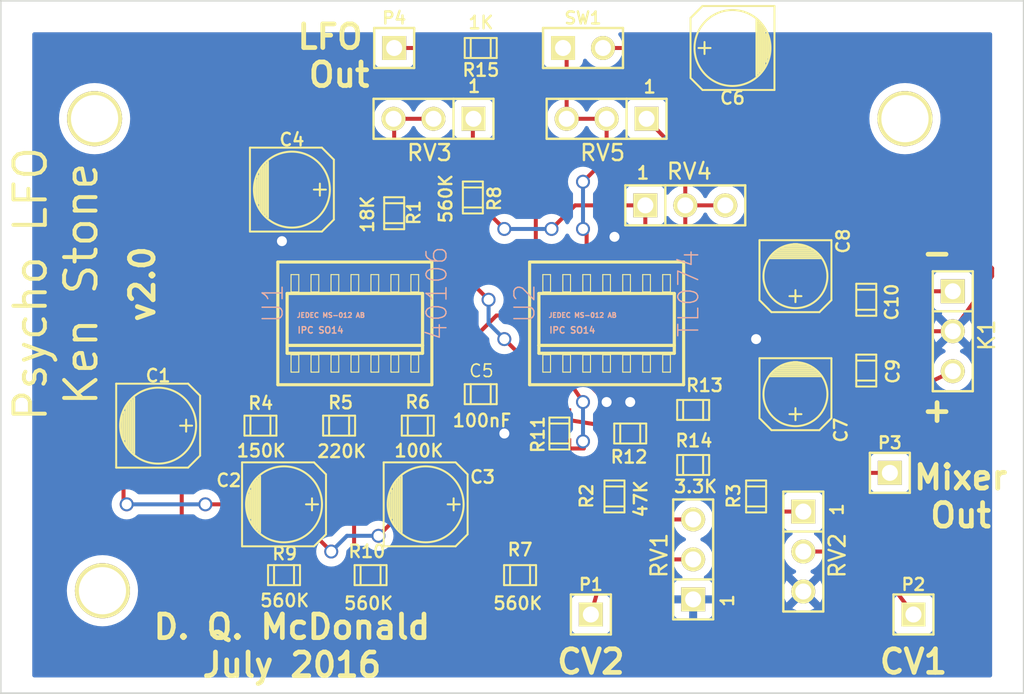
<source format=kicad_pcb>
(kicad_pcb (version 20221018) (generator pcbnew)
  (title_block (title "Psycho LFO") (date "16/03/2016") (rev "2.0") (comment 1 "Based on a design by Ken Stone"))
  (layers (0 "F.Cu" signal) (31 "B.Cu" signal) (34 "B.Paste" user) (35 "F.Paste" user) (36 "B.SilkS" user "B.Silkscreen") (37 "F.SilkS" user "F.Silkscreen") (38 "B.Mask" user) (39 "F.Mask" user) (44 "Edge.Cuts" user))
  (net 0 "")
  (net 1 "+V")
  (net 2 "-V")
  (net 3 "GND")
  (net 4 "Net-(C1-Pad1)")
  (net 5 "Net-(C2-Pad1)")
  (net 6 "Net-(C3-Pad1)")
  (net 7 "Net-(C4-Pad1)")
  (net 8 "Net-(C6-Pad1)")
  (net 9 "Net-(P1-Pad1)")
  (net 10 "Net-(P2-Pad1)")
  (net 11 "Net-(P3-Pad1)")
  (net 12 "Net-(P4-Pad1)")
  (net 13 "Net-(R1-Pad2)")
  (net 14 "Net-(R10-Pad1)")
  (net 15 "Net-(R10-Pad2)")
  (net 16 "Net-(R11-Pad1)")
  (net 17 "Net-(R11-Pad2)")
  (net 18 "Net-(R12-Pad1)")
  (net 19 "Net-(R13-Pad1)")
  (net 20 "Net-(R15-Pad2)")
  (net 21 "Net-(R2-Pad2)")
  (net 22 "Net-(R3-Pad2)")
  (net 23 "Net-(R4-Pad1)")
  (net 24 "Net-(R6-Pad1)")
  (net 25 "Net-(R8-Pad2)")
  (net 26 "Net-(RV4-Pad2)")
  (net 27 "Net-(RV5-Pad2)")
  (net 28 "Net-(U1-Pad10)")
  (net 29 "Net-(U1-Pad12)")
  (footprint "smd_capacitors:c_elec_5x4.5" (layer "F.Cu") (at 117 107)
    (fp_text reference "C1" (at 0 -3.175) (layer "F.SilkS") (effects (font (size 0.8 0.8))))
    (fp_text value "2.2uf" hide)
    (pad "1" smd rect (at 2.19964 0) (size 2.99974 1.6002) (layers "F.Cu" "F.Paste" "F.Mask") (net 4 "Net-(C1-Pad1)"))
    (pad "2" smd rect (at -2.19964 0) (size 2.99974 1.6002) (layers "F.Cu" "F.Paste" "F.Mask") (net 2 "-V"))
  )
  (footprint "smd_capacitors:c_elec_5x4.5" (layer "F.Cu") (at 125 112)
    (fp_text reference "C2" (at -3.50926 -1.5227) (layer "F.SilkS") (effects (font (size 0.8 0.8))))
    (fp_text value "2.2uF" hide)
    (pad "1" smd rect (at 2.19964 0) (size 2.99974 1.6002) (layers "F.Cu" "F.Paste" "F.Mask") (net 5 "Net-(C2-Pad1)"))
    (pad "2" smd rect (at -2.19964 0) (size 2.99974 1.6002) (layers "F.Cu" "F.Paste" "F.Mask") (net 2 "-V"))
  )
  (footprint "smd_capacitors:c_elec_5x4.5" (layer "F.Cu") (at 134 112)
    (fp_text reference "C3" (at 3.6172 -1.73606) (layer "F.SilkS") (effects (font (size 0.8 0.8))))
    (fp_text value "2.2uF" hide)
    (pad "1" smd rect (at 2.19964 0) (size 2.99974 1.6002) (layers "F.Cu" "F.Paste" "F.Mask") (net 6 "Net-(C3-Pad1)"))
    (pad "2" smd rect (at -2.19964 0) (size 2.99974 1.6002) (layers "F.Cu" "F.Paste" "F.Mask") (net 2 "-V"))
  )
  (footprint "smd_capacitors:c_elec_5x4.5" (layer "F.Cu") (at 125.5 92)
    (fp_text reference "C4" (at 0 -3.175) (layer "F.SilkS") (effects (font (size 0.8 0.8))))
    (fp_text value "2.2uF" hide)
    (pad "1" smd rect (at 2.19964 0) (size 2.99974 1.6002) (layers "F.Cu" "F.Paste" "F.Mask") (net 7 "Net-(C4-Pad1)"))
    (pad "2" smd rect (at -2.19964 0) (size 2.99974 1.6002) (layers "F.Cu" "F.Paste" "F.Mask") (net 2 "-V"))
  )
  (footprint "smd_capacitors:c_0805" (layer "F.Cu") (at 137.5 105)
    (fp_text reference "C5" (at 0.04608 -1.48484) (layer "F.SilkS") (effects (font (size 0.8 0.8) (thickness 0.1))))
    (fp_text value "100nf" hide)
    (pad "1" smd rect (at 0.9525 0) (size 1.30048 1.4986) (layers "F.Cu" "F.Paste" "F.Mask") (net 3 "GND"))
    (pad "2" smd rect (at -0.9525 0) (size 1.30048 1.4986) (layers "F.Cu" "F.Paste" "F.Mask") (net 2 "-V"))
  )
  (footprint "smd_capacitors:c_elec_5x4.5" (layer "F.Cu") (at 153.5 83 180)
    (fp_text reference "C6" (at 0 -3.175 180) (layer "F.SilkS") (effects (font (size 0.8 0.8))))
    (fp_text value "2.2uF" hide)
    (pad "1" smd rect (at 2.19964 0 180) (size 2.99974 1.6002) (layers "F.Cu" "F.Paste" "F.Mask") (net 8 "Net-(C6-Pad1)"))
    (pad "2" smd rect (at -2.19964 0 180) (size 2.99974 1.6002) (layers "F.Cu" "F.Paste" "F.Mask") (net 3 "GND"))
  )
  (footprint "smd_capacitors:c_elec_4x4.5" (layer "F.Cu") (at 157.5 105 -90)
    (fp_text reference "C7" (at 2.28198 -2.8883 270) (layer "F.SilkS") (effects (font (size 0.8 0.8))))
    (fp_text value "10uF" hide)
    (pad "1" smd rect (at 1.80086 0 270) (size 2.60096 1.6002) (layers "F.Cu" "F.Paste" "F.Mask") (net 1 "+V"))
    (pad "2" smd rect (at -1.80086 0 270) (size 2.60096 1.6002) (layers "F.Cu" "F.Paste" "F.Mask") (net 3 "GND"))
  )
  (footprint "smd_capacitors:c_elec_4x4.5" (layer "F.Cu") (at 157.5 97.5 -90)
    (fp_text reference "C8" (at -2.2246 -3.03054 270) (layer "F.SilkS") (effects (font (size 0.8 0.8))))
    (fp_text value "10uF" hide)
    (pad "1" smd rect (at 1.80086 0 270) (size 2.60096 1.6002) (layers "F.Cu" "F.Paste" "F.Mask") (net 3 "GND"))
    (pad "2" smd rect (at -1.80086 0 270) (size 2.60096 1.6002) (layers "F.Cu" "F.Paste" "F.Mask") (net 2 "-V"))
  )
  (footprint "smd_capacitors:c_0805" (layer "F.Cu") (at 162 103.5 -90)
    (fp_text reference "C9" (at 0.05072 -1.69284 270) (layer "F.SilkS") (effects (font (size 0.8 0.8))))
    (fp_text value "100nF" hide)
    (pad "1" smd rect (at 0.9525 0 270) (size 1.30048 1.4986) (layers "F.Cu" "F.Paste" "F.Mask") (net 1 "+V"))
    (pad "2" smd rect (at -0.9525 0 270) (size 1.30048 1.4986) (layers "F.Cu" "F.Paste" "F.Mask") (net 3 "GND"))
  )
  (footprint "smd_capacitors:c_0805" (layer "F.Cu") (at 162 99 -90)
    (fp_text reference "C10" (at 0.14636 -1.62172 270) (layer "F.SilkS") (effects (font (size 0.8 0.8))))
    (fp_text value "100nF" hide)
    (pad "1" smd rect (at 0.9525 0 270) (size 1.30048 1.4986) (layers "F.Cu" "F.Paste" "F.Mask") (net 3 "GND"))
    (pad "2" smd rect (at -0.9525 0 270) (size 1.30048 1.4986) (layers "F.Cu" "F.Paste" "F.Mask") (net 2 "-V"))
  )
  (footprint "pin_array:PIN_ARRAY_3X1" (layer "F.Cu") (at 167.5 101 -90)
    (fp_text reference "K1" (at 0.254 -2.159 270) (layer "F.SilkS") (effects (font (size 1.016 1.016) (thickness 0.1524))))
    (fp_text value "CONN_3" hide)
    (pad "1" thru_hole rect (at -2.54 0 270) (size 1.524 1.524) (drill 1.016) (layers "*.Cu" "*.Mask" "F.SilkS") (net 2 "-V"))
    (pad "2" thru_hole circle (at 0 0 270) (size 1.524 1.524) (drill 1.016) (layers "*.Cu" "*.Mask" "F.SilkS") (net 3 "GND"))
    (pad "3" thru_hole circle (at 2.54 0 270) (size 1.524 1.524) (drill 1.016) (layers "*.Cu" "*.Mask" "F.SilkS") (net 1 "+V"))
  )
  (footprint "pin_array:PIN_ARRAY_1" (layer "F.Cu") (at 144.5 119)
    (fp_text reference "P1" (at 0 -1.905) (layer "F.SilkS") (effects (font (size 0.762 0.762) (thickness 0.1524))))
    (fp_text value "CONN_1" hide)
    (pad "1" thru_hole rect (at 0 0) (size 1.524 1.524) (drill 1.016) (layers "*.Cu" "*.Mask" "F.SilkS") (net 9 "Net-(P1-Pad1)"))
  )
  (footprint "pin_array:PIN_ARRAY_1" (layer "F.Cu") (at 165 119)
    (fp_text reference "P2" (at 0 -1.905) (layer "F.SilkS") (effects (font (size 0.762 0.762) (thickness 0.1524))))
    (fp_text value "CONN_1" hide)
    (pad "1" thru_hole rect (at 0 0) (size 1.524 1.524) (drill 1.016) (layers "*.Cu" "*.Mask" "F.SilkS") (net 10 "Net-(P2-Pad1)"))
  )
  (footprint "pin_array:PIN_ARRAY_1" (layer "F.Cu") (at 163.5 110)
    (fp_text reference "P3" (at 0 -1.905) (layer "F.SilkS") (effects (font (size 0.762 0.762) (thickness 0.1524))))
    (fp_text value "CONN_1" hide)
    (pad "1" thru_hole rect (at 0 0) (size 1.524 1.524) (drill 1.016) (layers "*.Cu" "*.Mask" "F.SilkS") (net 11 "Net-(P3-Pad1)"))
  )
  (footprint "pin_array:PIN_ARRAY_1" (layer "F.Cu") (at 132 83)
    (fp_text reference "P4" (at 0 -1.905) (layer "F.SilkS") (effects (font (size 0.762 0.762) (thickness 0.1524))))
    (fp_text value "Out" hide)
    (pad "1" thru_hole rect (at 0 0) (size 1.524 1.524) (drill 1.016) (layers "*.Cu" "*.Mask" "F.SilkS") (net 12 "Net-(P4-Pad1)"))
  )
  (footprint "smd_capacitors:c_0805" (layer "F.Cu") (at 132 93.5 -90)
    (fp_text reference "R1" (at -0.03816 -1.2484 270) (layer "F.SilkS") (effects (font (size 0.8 0.8))))
    (fp_text value "18K" hide)
    (pad "1" smd rect (at 0.9525 0 270) (size 1.30048 1.4986) (layers "F.Cu" "F.Paste" "F.Mask") (net 7 "Net-(C4-Pad1)"))
    (pad "2" smd rect (at -0.9525 0 270) (size 1.30048 1.4986) (layers "F.Cu" "F.Paste" "F.Mask") (net 13 "Net-(R1-Pad2)"))
  )
  (footprint "smd_capacitors:c_0805" (layer "F.Cu") (at 146 111.5 90)
    (fp_text reference "R2" (at 0.02702 -1.77372 90) (layer "F.SilkS") (effects (font (size 0.8 0.8))))
    (fp_text value "47K" hide)
    (pad "1" smd rect (at 0.9525 0 90) (size 1.30048 1.4986) (layers "F.Cu" "F.Paste" "F.Mask") (net 17 "Net-(R11-Pad2)"))
    (pad "2" smd rect (at -0.9525 0 90) (size 1.30048 1.4986) (layers "F.Cu" "F.Paste" "F.Mask") (net 21 "Net-(R2-Pad2)"))
  )
  (footprint "smd_capacitors:c_0805" (layer "F.Cu") (at 155 111.5 90)
    (fp_text reference "R3" (at 0.02702 -1.4316 90) (layer "F.SilkS") (effects (font (size 0.8 0.8))))
    (fp_text value "47K" hide)
    (pad "1" smd rect (at 0.9525 0 90) (size 1.30048 1.4986) (layers "F.Cu" "F.Paste" "F.Mask") (net 17 "Net-(R11-Pad2)"))
    (pad "2" smd rect (at -0.9525 0 90) (size 1.30048 1.4986) (layers "F.Cu" "F.Paste" "F.Mask") (net 22 "Net-(R3-Pad2)"))
  )
  (footprint "smd_capacitors:c_0805" (layer "F.Cu") (at 123.5 107)
    (fp_text reference "R4" (at 0.01512 -1.4249) (layer "F.SilkS") (effects (font (size 0.8 0.8))))
    (fp_text value "150K" hide)
    (pad "1" smd rect (at 0.9525 0) (size 1.30048 1.4986) (layers "F.Cu" "F.Paste" "F.Mask") (net 23 "Net-(R4-Pad1)"))
    (pad "2" smd rect (at -0.9525 0) (size 1.30048 1.4986) (layers "F.Cu" "F.Paste" "F.Mask") (net 4 "Net-(C1-Pad1)"))
  )
  (footprint "smd_capacitors:c_0805" (layer "F.Cu") (at 128.5 107)
    (fp_text reference "R5" (at 0.09512 -1.46046) (layer "F.SilkS") (effects (font (size 0.8 0.8))))
    (fp_text value "220K" hide)
    (pad "1" smd rect (at 0.9525 0) (size 1.30048 1.4986) (layers "F.Cu" "F.Paste" "F.Mask") (net 15 "Net-(R10-Pad2)"))
    (pad "2" smd rect (at -0.9525 0) (size 1.30048 1.4986) (layers "F.Cu" "F.Paste" "F.Mask") (net 5 "Net-(C2-Pad1)"))
  )
  (footprint "smd_capacitors:c_0805" (layer "F.Cu") (at 133.5 107)
    (fp_text reference "R6" (at -0.00268 -1.49602) (layer "F.SilkS") (effects (font (size 0.8 0.8))))
    (fp_text value "100K" hide)
    (pad "1" smd rect (at 0.9525 0) (size 1.30048 1.4986) (layers "F.Cu" "F.Paste" "F.Mask") (net 24 "Net-(R6-Pad1)"))
    (pad "2" smd rect (at -0.9525 0) (size 1.30048 1.4986) (layers "F.Cu" "F.Paste" "F.Mask") (net 6 "Net-(C3-Pad1)"))
  )
  (footprint "smd_capacitors:c_0805" (layer "F.Cu") (at 140 116.5)
    (fp_text reference "R7" (at -0.00282 -1.6158) (layer "F.SilkS") (effects (font (size 0.8 0.8))))
    (fp_text value "560K" hide)
    (pad "1" smd rect (at 0.9525 0) (size 1.30048 1.4986) (layers "F.Cu" "F.Paste" "F.Mask") (net 14 "Net-(R10-Pad1)"))
    (pad "2" smd rect (at -0.9525 0) (size 1.30048 1.4986) (layers "F.Cu" "F.Paste" "F.Mask") (net 24 "Net-(R6-Pad1)"))
  )
  (footprint "smd_capacitors:c_0805" (layer "F.Cu") (at 137 92.5 -90)
    (fp_text reference "R8" (at 0.07538 -1.36396 270) (layer "F.SilkS") (effects (font (size 0.8 0.8))))
    (fp_text value "560K" hide)
    (pad "1" smd rect (at 0.9525 0 270) (size 1.30048 1.4986) (layers "F.Cu" "F.Paste" "F.Mask") (net 14 "Net-(R10-Pad1)"))
    (pad "2" smd rect (at -0.9525 0 270) (size 1.30048 1.4986) (layers "F.Cu" "F.Paste" "F.Mask") (net 25 "Net-(R8-Pad2)"))
  )
  (footprint "smd_capacitors:c_0805" (layer "F.Cu") (at 125 116.5)
    (fp_text reference "R9" (at 0.04166 -1.36942) (layer "F.SilkS") (effects (font (size 0.8 0.8))))
    (fp_text value "560K" hide)
    (pad "1" smd rect (at 0.9525 0) (size 1.30048 1.4986) (layers "F.Cu" "F.Paste" "F.Mask") (net 14 "Net-(R10-Pad1)"))
    (pad "2" smd rect (at -0.9525 0) (size 1.30048 1.4986) (layers "F.Cu" "F.Paste" "F.Mask") (net 23 "Net-(R4-Pad1)"))
  )
  (footprint "smd_capacitors:c_0805" (layer "F.Cu") (at 130.5 116.5)
    (fp_text reference "R10" (at -0.2361 -1.50912) (layer "F.SilkS") (effects (font (size 0.8 0.8))))
    (fp_text value "560K" hide)
    (pad "1" smd rect (at 0.9525 0) (size 1.30048 1.4986) (layers "F.Cu" "F.Paste" "F.Mask") (net 14 "Net-(R10-Pad1)"))
    (pad "2" smd rect (at -0.9525 0) (size 1.30048 1.4986) (layers "F.Cu" "F.Paste" "F.Mask") (net 15 "Net-(R10-Pad2)"))
  )
  (footprint "smd_capacitors:c_0805" (layer "F.Cu") (at 142.5 107.5 90)
    (fp_text reference "R11" (at -0.06646 -1.3649 90) (layer "F.SilkS") (effects (font (size 0.8 0.8))))
    (fp_text value "47K" hide)
    (pad "1" smd rect (at 0.9525 0 90) (size 1.30048 1.4986) (layers "F.Cu" "F.Paste" "F.Mask") (net 16 "Net-(R11-Pad1)"))
    (pad "2" smd rect (at -0.9525 0 90) (size 1.30048 1.4986) (layers "F.Cu" "F.Paste" "F.Mask") (net 17 "Net-(R11-Pad2)"))
  )
  (footprint "smd_capacitors:c_0805" (layer "F.Cu") (at 147 107.5)
    (fp_text reference "R12" (at -0.0737 1.48632) (layer "F.SilkS") (effects (font (size 0.8 0.8))))
    (fp_text value "47K" hide)
    (pad "1" smd rect (at 0.9525 0) (size 1.30048 1.4986) (layers "F.Cu" "F.Paste" "F.Mask") (net 18 "Net-(R12-Pad1)"))
    (pad "2" smd rect (at -0.9525 0) (size 1.30048 1.4986) (layers "F.Cu" "F.Paste" "F.Mask") (net 16 "Net-(R11-Pad1)"))
  )
  (footprint "smd_capacitors:c_0805" (layer "F.Cu") (at 151 106)
    (fp_text reference "R13" (at 0.72182 -1.56028) (layer "F.SilkS") (effects (font (size 0.8 0.8))))
    (fp_text value "47K" hide)
    (pad "1" smd rect (at 0.9525 0) (size 1.30048 1.4986) (layers "F.Cu" "F.Paste" "F.Mask") (net 19 "Net-(R13-Pad1)"))
    (pad "2" smd rect (at -0.9525 0) (size 1.30048 1.4986) (layers "F.Cu" "F.Paste" "F.Mask") (net 18 "Net-(R12-Pad1)"))
  )
  (footprint "smd_capacitors:c_0805" (layer "F.Cu") (at 151 109.5)
    (fp_text reference "R14" (at 0.04618 -1.54492) (layer "F.SilkS") (effects (font (size 0.8 0.8))))
    (fp_text value "3.3K" hide)
    (pad "1" smd rect (at 0.9525 0) (size 1.30048 1.4986) (layers "F.Cu" "F.Paste" "F.Mask") (net 11 "Net-(P3-Pad1)"))
    (pad "2" smd rect (at -0.9525 0) (size 1.30048 1.4986) (layers "F.Cu" "F.Paste" "F.Mask") (net 19 "Net-(R13-Pad1)"))
  )
  (footprint "smd_capacitors:c_0805" (layer "F.Cu") (at 137.5 83 180)
    (fp_text reference "R15" (at -0.01052 -1.4042 180) (layer "F.SilkS") (effects (font (size 0.8 0.8))))
    (fp_text value "1K" hide)
    (pad "1" smd rect (at 0.9525 0 180) (size 1.30048 1.4986) (layers "F.Cu" "F.Paste" "F.Mask") (net 12 "Net-(P4-Pad1)"))
    (pad "2" smd rect (at -0.9525 0 180) (size 1.30048 1.4986) (layers "F.Cu" "F.Paste" "F.Mask") (net 20 "Net-(R15-Pad2)"))
  )
  (footprint "pin_array:PIN_ARRAY_3X1" (layer "F.Cu") (at 151 115.5 90)
    (fp_text reference "RV1" (at 0.254 -2.159 90) (layer "F.SilkS") (effects (font (size 1.016 1.016) (thickness 0.1524))))
    (fp_text value "50K Lin" hide)
    (pad "1" thru_hole rect (at -2.54 0 90) (size 1.524 1.524) (drill 1.016) (layers "*.Cu" "*.Mask" "F.SilkS") (net 3 "GND"))
    (pad "2" thru_hole circle (at 0 0 90) (size 1.524 1.524) (drill 1.016) (layers "*.Cu" "*.Mask" "F.SilkS") (net 9 "Net-(P1-Pad1)"))
    (pad "3" thru_hole circle (at 2.54 0 90) (size 1.524 1.524) (drill 1.016) (layers "*.Cu" "*.Mask" "F.SilkS") (net 21 "Net-(R2-Pad2)"))
  )
  (footprint "pin_array:PIN_ARRAY_3X1" (layer "F.Cu") (at 158 115 -90)
    (fp_text reference "RV2" (at 0.254 -2.159 270) (layer "F.SilkS") (effects (font (size 1.016 1.016) (thickness 0.1524))))
    (fp_text value "50K Lin" hide)
    (pad "1" thru_hole rect (at -2.54 0 270) (size 1.524 1.524) (drill 1.016) (layers "*.Cu" "*.Mask" "F.SilkS") (net 22 "Net-(R3-Pad2)"))
    (pad "2" thru_hole circle (at 0 0 270) (size 1.524 1.524) (drill 1.016) (layers "*.Cu" "*.Mask" "F.SilkS") (net 10 "Net-(P2-Pad1)"))
    (pad "3" thru_hole circle (at 2.54 0 270) (size 1.524 1.524) (drill 1.016) (layers "*.Cu" "*.Mask" "F.SilkS") (net 3 "GND"))
  )
  (footprint "pin_array:PIN_ARRAY_3X1" (layer "F.Cu") (at 134.5 87.5 180)
    (fp_text reference "RV3" (at 0.254 -2.159 180) (layer "F.SilkS") (effects (font (size 1.016 1.016) (thickness 0.1524))))
    (fp_text value "POT" hide)
    (pad "1" thru_hole rect (at -2.54 0 180) (size 1.524 1.524) (drill 1.016) (layers "*.Cu" "*.Mask" "F.SilkS") (net 25 "Net-(R8-Pad2)"))
    (pad "2" thru_hole circle (at 0 0 180) (size 1.524 1.524) (drill 1.016) (layers "*.Cu" "*.Mask" "F.SilkS") (net 13 "Net-(R1-Pad2)"))
    (pad "3" thru_hole circle (at 2.54 0 180) (size 1.524 1.524) (drill 1.016) (layers "*.Cu" "*.Mask" "F.SilkS") (net 13 "Net-(R1-Pad2)"))
  )
  (footprint "pin_array:PIN_ARRAY_3X1" (layer "F.Cu") (at 150.5 93)
    (fp_text reference "RV4" (at 0.254 -2.159) (layer "F.SilkS") (effects (font (size 1.016 1.016) (thickness 0.1524))))
    (fp_text value "100K" hide)
    (pad "1" thru_hole rect (at -2.54 0) (size 1.524 1.524) (drill 1.016) (layers "*.Cu" "*.Mask" "F.SilkS") (net 14 "Net-(R10-Pad1)"))
    (pad "2" thru_hole circle (at 0 0) (size 1.524 1.524) (drill 1.016) (layers "*.Cu" "*.Mask" "F.SilkS") (net 26 "Net-(RV4-Pad2)"))
    (pad "3" thru_hole circle (at 2.54 0) (size 1.524 1.524) (drill 1.016) (layers "*.Cu" "*.Mask" "F.SilkS") (net 26 "Net-(RV4-Pad2)"))
  )
  (footprint "pin_array:PIN_ARRAY_3X1" (layer "F.Cu") (at 145.5 87.5 180)
    (fp_text reference "RV5" (at 0.254 -2.159 180) (layer "F.SilkS") (effects (font (size 1.016 1.016) (thickness 0.1524))))
    (fp_text value "POT" hide)
    (pad "1" thru_hole rect (at -2.54 0 180) (size 1.524 1.524) (drill 1.016) (layers "*.Cu" "*.Mask" "F.SilkS") (net 26 "Net-(RV4-Pad2)"))
    (pad "2" thru_hole circle (at 0 0 180) (size 1.524 1.524) (drill 1.016) (layers "*.Cu" "*.Mask" "F.SilkS") (net 27 "Net-(RV5-Pad2)"))
    (pad "3" thru_hole circle (at 2.54 0 180) (size 1.524 1.524) (drill 1.016) (layers "*.Cu" "*.Mask" "F.SilkS") (net 27 "Net-(RV5-Pad2)"))
  )
  (footprint "pin_array:PIN_ARRAY_2X1" (layer "F.Cu") (at 144 83)
    (fp_text reference "SW1" (at 0 -1.905) (layer "F.SilkS") (effects (font (size 0.762 0.762) (thickness 0.1524))))
    (fp_text value "SPST" hide)
    (pad "1" thru_hole rect (at -1.27 0) (size 1.524 1.524) (drill 1.016) (layers "*.Cu" "*.Mask" "F.SilkS") (net 27 "Net-(RV5-Pad2)"))
    (pad "2" thru_hole circle (at 1.27 0) (size 1.524 1.524) (drill 1.016) (layers "*.Cu" "*.Mask" "F.SilkS") (net 8 "Net-(C6-Pad1)"))
  )
  (footprint "ref-packages:-SO-14" (layer "F.Cu") (at 145.5 100.5)
    (fp_text reference "U2" (at -5.207 -1.27 90) (layer "B.SilkS") (effects (font (size 1.27 1.27) (thickness 0.0889))))
    (fp_text value "TL074" (at 5.207 -1.905 90) (layer "B.SilkS") (effects (font (size 1.27 1.27) (thickness 0.0889))))
    (fp_text user "JEDEC MS-012 AB" (at -1.524 -0.51562) (layer "B.SilkS") (effects (font (size 0.3048 0.3048) (thickness 0.0889))))
    (fp_text user "IPC SO14" (at -2.18186 0.4318) (layer "B.SilkS") (effects (font (size 0.4064 0.4064) (thickness 0.0889))))
    (pad "1" smd rect (at -3.81 2.59842) (size 0.59944 2.19964) (layers "F.Cu" "F.Paste" "F.Mask") (net 16 "Net-(R11-Pad1)"))
    (pad "2" smd rect (at -2.54 2.59842) (size 0.59944 2.19964) (layers "F.Cu" "F.Paste" "F.Mask") (net 17 "Net-(R11-Pad2)"))
    (pad "3" smd rect (at -1.27 2.59842) (size 0.59944 2.19964) (layers "F.Cu" "F.Paste" "F.Mask") (net 3 "GND"))
    (pad "4" smd rect (at 0 2.59842) (size 0.59944 2.19964) (layers "F.Cu" "F.Paste" "F.Mask") (net 1 "+V"))
    (pad "5" smd rect (at 1.27 2.59842) (size 0.59944 2.19964) (layers "F.Cu" "F.Paste" "F.Mask") (net 3 "GND"))
    (pad "6" smd rect (at 2.54 2.59842) (size 0.59944 2.19964) (layers "F.Cu" "F.Paste" "F.Mask") (net 18 "Net-(R12-Pad1)"))
    (pad "7" smd rect (at 3.81 2.59842) (size 0.59944 2.19964) (layers "F.Cu" "F.Paste" "F.Mask") (net 19 "Net-(R13-Pad1)"))
    (pad "8" smd rect (at 3.81 -2.59842) (size 0.59944 2.19964) (layers "F.Cu" "F.Paste" "F.Mask") (net 26 "Net-(RV4-Pad2)"))
    (pad "9" smd rect (at 2.54 -2.59842) (size 0.59944 2.19964) (layers "F.Cu" "F.Paste" "F.Mask") (net 14 "Net-(R10-Pad1)"))
    (pad "10" smd rect (at 1.27 -2.59842) (size 0.59944 2.19964) (layers "F.Cu" "F.Paste" "F.Mask") (net 3 "GND"))
    (pad "11" smd rect (at 0 -2.59842) (size 0.59944 2.19964) (layers "F.Cu" "F.Paste" "F.Mask") (net 2 "-V"))
    (pad "12" smd rect (at -1.27 -2.59842) (size 0.59944 2.19964) (layers "F.Cu" "F.Paste" "F.Mask") (net 27 "Net-(RV5-Pad2)"))
    (pad "13" smd rect (at -2.54 -2.59842) (size 0.59944 2.19964) (layers "F.Cu" "F.Paste" "F.Mask") (net 20 "Net-(R15-Pad2)"))
    (pad "14" smd rect (at -3.81 -2.59842) (size 0.59944 2.19964) (layers "F.Cu" "F.Paste" "F.Mask") (net 20 "Net-(R15-Pad2)"))
  )
  (footprint "ref-packages:-SO-14" (layer "F.Cu") (at 129.5 100.5)
    (fp_text reference "U1" (at -5.207 -1.27 90) (layer "B.SilkS") (effects (font (size 1.27 1.27) (thickness 0.0889))))
    (fp_text value "40106" (at 5.207 -1.905 90) (layer "B.SilkS") (effects (font (size 1.27 1.27) (thickness 0.0889))))
    (fp_text user "JEDEC MS-012 AB" (at -1.524 -0.51562) (layer "B.SilkS") (effects (font (size 0.3048 0.3048) (thickness 0.0889))))
    (fp_text user "IPC SO14" (at -2.18186 0.4318) (layer "B.SilkS") (effects (font (size 0.4064 0.4064) (thickness 0.0889))))
    (pad "1" smd rect (at -3.81 2.59842) (size 0.59944 2.19964) (layers "F.Cu" "F.Paste" "F.Mask") (net 4 "Net-(C1-Pad1)"))
    (pad "2" smd rect (at -2.54 2.59842) (size 0.59944 2.19964) (layers "F.Cu" "F.Paste" "F.Mask") (net 23 "Net-(R4-Pad1)"))
    (pad "3" smd rect (at -1.27 2.59842) (size 0.59944 2.19964) (layers "F.Cu" "F.Paste" "F.Mask") (net 5 "Net-(C2-Pad1)"))
    (pad "4" smd rect (at 0 2.59842) (size 0.59944 2.19964) (layers "F.Cu" "F.Paste" "F.Mask") (net 15 "Net-(R10-Pad2)"))
    (pad "5" smd rect (at 1.27 2.59842) (size 0.59944 2.19964) (layers "F.Cu" "F.Paste" "F.Mask") (net 6 "Net-(C3-Pad1)"))
    (pad "6" smd rect (at 2.54 2.59842) (size 0.59944 2.19964) (layers "F.Cu" "F.Paste" "F.Mask") (net 24 "Net-(R6-Pad1)"))
    (pad "7" smd rect (at 3.81 2.59842) (size 0.59944 2.19964) (layers "F.Cu" "F.Paste" "F.Mask") (net 2 "-V"))
    (pad "8" smd rect (at 3.81 -2.59842) (size 0.59944 2.19964) (layers "F.Cu" "F.Paste" "F.Mask") (net 25 "Net-(R8-Pad2)"))
    (pad "9" smd rect (at 2.54 -2.59842) (size 0.59944 2.19964) (layers "F.Cu" "F.Paste" "F.Mask") (net 7 "Net-(C4-Pad1)"))
    (pad "10" smd rect (at 1.27 -2.59842) (size 0.59944 2.19964) (layers "F.Cu" "F.Paste" "F.Mask") (net 28 "Net-(U1-Pad10)"))
    (pad "11" smd rect (at 0 -2.59842) (size 0.59944 2.19964) (layers "F.Cu" "F.Paste" "F.Mask") (net 3 "GND"))
    (pad "12" smd rect (at -1.27 -2.59842) (size 0.59944 2.19964) (layers "F.Cu" "F.Paste" "F.Mask") (net 29 "Net-(U1-Pad12)"))
    (pad "13" smd rect (at -2.54 -2.59842) (size 0.59944 2.19964) (layers "F.Cu" "F.Paste" "F.Mask") (net 28 "Net-(U1-Pad10)"))
    (pad "14" smd rect (at -3.81 -2.59842) (size 0.59944 2.19964) (layers "F.Cu" "F.Paste" "F.Mask") (net 3 "GND"))
  )
  (footprint "DQM:3MMMountingHole" (layer "F.Cu") (at 113 86.5)
    (fp_text reference "" (at 0 0) (layer "F.SilkS"))
    (fp_text value "" (at 0 0) (layer "F.SilkS"))
    (pad "1" thru_hole circle (at -0.04 0.99) (size 3.5 3.5) (drill 3) (layers "*.Cu" "*.Mask" "F.SilkS"))
  )
  (footprint "DQM:3MMMountingHole" (layer "F.Cu") (at 113.5 116.5)
    (fp_text reference "" (at 0 0) (layer "F.SilkS"))
    (fp_text value "" (at 0 0) (layer "F.SilkS"))
    (pad "1" thru_hole circle (at -0.04 0.99) (size 3.5 3.5) (drill 3) (layers "*.Cu" "*.Mask" "F.SilkS"))
  )
  (footprint "DQM:3MMMountingHole" (layer "F.Cu") (at 164.5 86.5)
    (fp_text reference "" (at 0 0) (layer "F.SilkS"))
    (fp_text value "" (at 0 0) (layer "F.SilkS"))
    (pad "1" thru_hole circle (at -0.04 0.99) (size 3.5 3.5) (drill 3) (layers "*.Cu" "*.Mask" "F.SilkS"))
  )
  (gr_line (start 107 124) (end 107 80) (stroke (width 0.1)) (layer "Edge.Cuts"))
  (gr_line (start 107 80) (end 172 80) (stroke (width 0.1)) (layer "Edge.Cuts"))
  (gr_line (start 172 124) (end 107 124) (stroke (width 0.1)) (layer "Edge.Cuts"))
  (gr_line (start 172 80) (end 172 124) (stroke (width 0.1)) (layer "Edge.Cuts"))
  (gr_text "47K" (at 147.67052 111.65078 90) (layer "F.SilkS") (effects (font (size 0.8 0.8))))
  (gr_text "560K" (at 135.27278 92.57538 90) (layer "F.SilkS") (effects (font (size 0.8 0.8))))
  (gr_text "100K" (at 133.56844 108.59516) (layer "F.SilkS") (effects (font (size 0.8 0.8))))
  (gr_text "150K" (at 123.55068 108.59516) (layer "F.SilkS") (effects (font (size 0.8 0.8))))
  (gr_text "D. Q. McDonald\nJuly 2016" (at 125.5 121) (layer "F.SilkS") (effects (font (size 1.5 1.5) (thickness 0.3))))
  (gr_text "LFO \nOut" (at 128.5 83.5) (layer "F.SilkS") (effects (font (size 1.5 1.5) (thickness 0.3))))
  (gr_text "1" (at 148.23948 85.46846) (layer "F.SilkS") (effects (font (size 0.8 0.8))))
  (gr_text "1" (at 160.13938 112.32642 90) (layer "F.SilkS") (effects (font (size 0.8 0.8))))
  (gr_text "Psycho LFO\nKen Stone" (at 110.5 98 90) (layer "F.SilkS") (effects (font (size 2 2) (thickness 0.25))))
  (gr_text "+" (at 166.5 106) (layer "F.SilkS") (effects (font (size 1.5 1.5) (thickness 0.3))))
  (gr_text "Mixer\nOut" (at 168 111.5) (layer "F.SilkS") (effects (font (size 1.5 1.5) (thickness 0.3))))
  (gr_text "1" (at 153.17724 118.11508 90) (layer "F.SilkS") (effects (font (size 0.8 0.8))))
  (gr_text "100nF" (at 137.58164 106.67746) (layer "F.SilkS") (effects (font (size 0.8 0.8))))
  (gr_text "18K" (at 130.29946 93.56852 90) (layer "F.SilkS") (effects (font (size 0.8 0.8))))
  (gr_text "1" (at 147.81276 90.93962) (layer "F.SilkS") (effects (font (size 0.8 0.8))))
  (gr_text "-" (at 166.5 96) (layer "F.SilkS") (effects (font (size 1.5 1.5) (thickness 0.3))))
  (gr_text "3.3K" (at 151.15286 110.86846) (layer "F.SilkS") (effects (font (size 0.8 0.8))))
  (gr_text "CV2" (at 144.5 122) (layer "F.SilkS") (effects (font (size 1.5 1.5) (thickness 0.3))))
  (gr_text "v2.0" (at 116 98 90) (layer "F.SilkS") (effects (font (size 1.5 1.5) (thickness 0.3))))
  (gr_text "560K" (at 125.04166 118.11508) (layer "F.SilkS") (effects (font (size 0.8 0.8))))
  (gr_text "1K" (at 137.51052 81.38414) (layer "F.SilkS") (effects (font (size 0.8 0.8))))
  (gr_text "1" (at 137.08634 85.4329) (layer "F.SilkS") (effects (font (size 0.8 0.8))))
  (gr_text "560K" (at 130.37058 118.29288) (layer "F.SilkS") (effects (font (size 0.8 0.8))))
  (gr_text "CV1" (at 165 122) (layer "F.SilkS") (effects (font (size 1.5 1.5) (thickness 0.3))))
  (gr_text "220K" (at 128.66624 108.63072) (layer "F.SilkS") (effects (font (size 0.8 0.8))))
  (gr_text "560K" (at 139.85748 118.29288) (layer "F.SilkS") (effects (font (size 0.8 0.8))))
  (segment (start 162 105) (end 160.19914 106.80086) (width 0.254) (layer "F.Cu") (net 1))
  (segment (start 160.19914 106.80086) (end 157.5 106.80086) (width 0.254) (layer "F.Cu") (net 1))
  (segment (start 165.5875 104.4525) (end 167.5 103.54) (width 0.254) (layer "F.Cu") (net 1))
  (segment (start 155.80086 106.80086) (end 153.5 104.5) (width 0.254) (layer "F.Cu") (net 1))
  (segment (start 153.5 104.5) (end 153.5 102.5) (width 0.254) (layer "F.Cu") (net 1))
  (segment (start 153.5 102.5) (end 152 101) (width 0.254) (layer "F.Cu") (net 1))
  (segment (start 152 101) (end 146 101) (width 0.254) (layer "F.Cu") (net 1))
  (segment (start 146 101) (end 145.5 101.5) (width 0.254) (layer "F.Cu") (net 1))
  (segment (start 145.5 101.5) (end 145.5 103.09842) (width 0.254) (layer "F.Cu") (net 1))
  (segment (start 162 104.4525) (end 162 105) (width 0.254) (layer "F.Cu") (net 1))
  (segment (start 162 104.4525) (end 165.5875 104.4525) (width 0.254) (layer "F.Cu") (net 1))
  (segment (start 157.5 106.80086) (end 155.80086 106.80086) (width 0.254) (layer "F.Cu") (net 1))
  (segment (start 145.5 99.5) (end 146 100) (width 0.254) (layer "F.Cu") (net 2))
  (segment (start 146 100) (end 153.19914 100) (width 0.254) (layer "F.Cu") (net 2))
  (segment (start 153.19914 100) (end 157.5 95.69914) (width 0.254) (layer "F.Cu") (net 2))
  (segment (start 162.4125 98.46) (end 159.65164 95.69914) (width 0.254) (layer "F.Cu") (net 2))
  (segment (start 159.65164 95.69914) (end 157.5 95.69914) (width 0.254) (layer "F.Cu") (net 2))
  (segment (start 145.5 99.5) (end 145 100) (width 0.254) (layer "F.Cu") (net 2))
  (segment (start 145 100) (end 138.5 100) (width 0.254) (layer "F.Cu") (net 2))
  (segment (start 138.5 100) (end 135.40158 103.09842) (width 0.254) (layer "F.Cu") (net 2))
  (segment (start 135.40158 103.09842) (end 133.31 103.09842) (width 0.254) (layer "F.Cu") (net 2))
  (segment (start 136.5475 104.24434) (end 135.40158 103.09842) (width 0.254) (layer "F.Cu") (net 2))
  (segment (start 133.31 102.31) (end 132 101) (width 0.254) (layer "F.Cu") (net 2))
  (segment (start 132 101) (end 121 101) (width 0.254) (layer "F.Cu") (net 2))
  (segment (start 119 101) (end 114.80036 105.19964) (width 0.254) (layer "F.Cu") (net 2))
  (segment (start 114.80036 105.19964) (end 114.80036 107) (width 0.254) (layer "F.Cu") (net 2))
  (segment (start 114.80036 111.80036) (end 115 112) (width 0.254) (layer "F.Cu") (net 2))
  (segment (start 120 112) (end 122.80036 112) (width 0.254) (layer "F.Cu") (net 2))
  (segment (start 123.30036 98.69964) (end 121 101) (width 0.254) (layer "F.Cu") (net 2))
  (segment (start 121 101) (end 119 101) (width 0.254) (layer "F.Cu") (net 2))
  (segment (start 122.80036 112.80036) (end 124 114) (width 0.254) (layer "F.Cu") (net 2))
  (segment (start 124 114) (end 127 114) (width 0.254) (layer "F.Cu") (net 2))
  (segment (start 127 114) (end 128 115) (width 0.254) (layer "F.Cu") (net 2))
  (segment (start 131 114) (end 131.80036 113.19964) (width 0.254) (layer "F.Cu") (net 2))
  (segment (start 131.80036 113.19964) (end 131.80036 112) (width 0.254) (layer "F.Cu") (net 2))
  (segment (start 123.30036 92) (end 123.30036 98.69964) (width 0.254) (layer "F.Cu") (net 2))
  (segment (start 133.31 103.09842) (end 133.31 102.31) (width 0.254) (layer "F.Cu") (net 2))
  (segment (start 122.80036 112) (end 122.80036 112.80036) (width 0.254) (layer "F.Cu") (net 2))
  (segment (start 136.5475 105) (end 136.5475 104.24434) (width 0.254) (layer "F.Cu") (net 2))
  (segment (start 167.5 98.46) (end 162.4125 98.46) (width 0.254) (layer "F.Cu") (net 2))
  (segment (start 145.5 97.90158) (end 145.5 99.5) (width 0.254) (layer "F.Cu") (net 2))
  (segment (start 114.80036 107) (end 114.80036 111.80036) (width 0.254) (layer "F.Cu") (net 2))
  (via (at 115 112) (size 0.889) (drill 0.635) (layers "F.Cu" "B.Cu") (net 2))
  (via (at 131 114) (size 0.889) (drill 0.635) (layers "F.Cu" "B.Cu") (net 2))
  (via (at 128 115) (size 0.889) (drill 0.635) (layers "F.Cu" "B.Cu") (net 2))
  (via (at 120 112) (size 0.889) (drill 0.635) (layers "F.Cu" "B.Cu") (net 2))
  (segment (start 115 112) (end 120 112) (width 0.254) (layer "B.Cu") (net 2))
  (segment (start 128 115) (end 129 114) (width 0.254) (layer "B.Cu") (net 2))
  (segment (start 129 114) (end 131 114) (width 0.254) (layer "B.Cu") (net 2))
  (segment (start 163.5475 101) (end 162 102.5475) (width 0.254) (layer "F.Cu") (net 3))
  (segment (start 163.0475 101) (end 162 99.9525) (width 0.254) (layer "F.Cu") (net 3))
  (segment (start 158.15164 99.9525) (end 157.5 99.30086) (width 0.254) (layer "F.Cu") (net 3))
  (segment (start 158.15164 102.5475) (end 157.5 103.19914) (width 0.254) (layer "F.Cu") (net 3))
  (segment (start 125.69 96.31) (end 126.3289 95.6711) (width 0.254) (layer "F.Cu") (net 3))
  (segment (start 126.5 95.5) (end 128 95.5) (width 0.254) (layer "F.Cu") (net 3))
  (segment (start 129 95.5) (end 129.5 96) (width 0.254) (layer "F.Cu") (net 3))
  (segment (start 129.5 96) (end 129.5 97.90158) (width 0.254) (layer "F.Cu") (net 3))
  (segment (start 146.77 95.77) (end 146 95) (width 0.254) (layer "F.Cu") (net 3))
  (segment (start 138.4525 106.9525) (end 139 107.5) (width 0.254) (layer "F.Cu") (net 3))
  (segment (start 156 83) (end 165.5 93.5) (width 0.254) (layer "F.Cu") (net 3))
  (segment (start 165.5 93.5) (end 166.5 93.5) (width 0.254) (layer "F.Cu") (net 3))
  (segment (start 166.5 93.5) (end 170 97) (width 0.254) (layer "F.Cu") (net 3))
  (segment (start 170 97) (end 170 97.5) (width 0.254) (layer "F.Cu") (net 3))
  (segment (start 170 97.5) (end 167.5 101) (width 0.254) (layer "F.Cu") (net 3))
  (segment (start 144.23 104.23) (end 145.5 105.5) (width 0.254) (layer "F.Cu") (net 3))
  (segment (start 146.77 105.27) (end 147 105.5) (width 0.254) (layer "F.Cu") (net 3))
  (segment (start 156.69914 103.19914) (end 155 101.5) (width 0.254) (layer "F.Cu") (net 3))
  (segment (start 128 95.5) (end 129 95.5) (width 0.254) (layer "F.Cu") (net 3))
  (segment (start 126.3289 95.6711) (end 126.5 95.5) (width 0.254) (layer "F.Cu") (net 3))
  (segment (start 125.2621 95.6711) (end 124.8664 95.2754) (width 0.254) (layer "F.Cu") (net 3))
  (segment (start 138.4525 105) (end 138.4525 106.9525) (width 0.254) (layer "F.Cu") (net 3))
  (segment (start 163.5475 101) (end 163.0475 101) (width 0.254) (layer "F.Cu") (net 3))
  (segment (start 146.77 103.09842) (end 146.77 105.27) (width 0.254) (layer "F.Cu") (net 3))
  (segment (start 162 99.9525) (end 158.15164 99.9525) (width 0.254) (layer "F.Cu") (net 3))
  (segment (start 155.69964 83) (end 156 83) (width 0.254) (layer "F.Cu") (net 3))
  (segment (start 125.69 97.90158) (end 125.69 96.31) (width 0.254) (layer "F.Cu") (net 3))
  (segment (start 162 102.5475) (end 158.15164 102.5475) (width 0.254) (layer "F.Cu") (net 3))
  (segment (start 167.5 101) (end 163.5475 101) (width 0.254) (layer "F.Cu") (net 3))
  (segment (start 144.23 103.09842) (end 144.23 104.23) (width 0.254) (layer "F.Cu") (net 3))
  (segment (start 126.3289 95.6711) (end 125.2621 95.6711) (width 0.254) (layer "F.Cu") (net 3))
  (segment (start 157.5 103.19914) (end 156.69914 103.19914) (width 0.254) (layer "F.Cu") (net 3))
  (segment (start 146.77 97.90158) (end 146.77 95.77) (width 0.254) (layer "F.Cu") (net 3))
  (via (at 145.5 105.5) (size 0.889) (drill 0.635) (layers "F.Cu" "B.Cu") (net 3))
  (via (at 155 101.5) (size 0.889) (drill 0.635) (layers "F.Cu" "B.Cu") (net 3))
  (via (at 139 107.5) (size 0.889) (drill 0.635) (layers "F.Cu" "B.Cu") (net 3))
  (via (at 124.8664 95.2754) (size 0.889) (drill 0.635) (layers "F.Cu" "B.Cu") (net 3))
  (via (at 146 95) (size 0.889) (drill 0.635) (layers "F.Cu" "B.Cu") (net 3))
  (via (at 147 105.5) (size 0.889) (drill 0.635) (layers "F.Cu" "B.Cu") (net 3))
  (segment (start 122.5475 105.4525) (end 124.90158 103.09842) (width 0.254) (layer "F.Cu") (net 4))
  (segment (start 124.90158 103.09842) (end 125.69 103.09842) (width 0.254) (layer "F.Cu") (net 4))
  (segment (start 122.5475 107) (end 119.19964 107) (width 0.254) (layer "F.Cu") (net 4))
  (segment (start 122.5475 107) (end 122.5475 105.4525) (width 0.254) (layer "F.Cu") (net 4))
  (segment (start 128.23 104.77) (end 127.5475 105.4525) (width 0.254) (layer "F.Cu") (net 5))
  (segment (start 127.5475 105.4525) (end 127.5475 107) (width 0.254) (layer "F.Cu") (net 5))
  (segment (start 127.5475 110.65214) (end 127.19964 112) (width 0.254) (layer "F.Cu") (net 5))
  (segment (start 127.5475 107) (end 127.5475 110.65214) (width 0.254) (layer "F.Cu") (net 5))
  (segment (start 128.23 103.09842) (end 128.23 104.77) (width 0.254) (layer "F.Cu") (net 5))
  (segment (start 130.77 105.2225) (end 132.5475 107) (width 0.254) (layer "F.Cu") (net 6))
  (segment (start 132.5475 109.84786) (end 136.19964 112) (width 0.254) (layer "F.Cu") (net 6))
  (segment (start 130.77 103.09842) (end 130.77 105.2225) (width 0.254) (layer "F.Cu") (net 6))
  (segment (start 132.5475 107) (end 132.5475 109.84786) (width 0.254) (layer "F.Cu") (net 6))
  (segment (start 132.04 94.4925) (end 132 94.4525) (width 0.254) (layer "F.Cu") (net 7))
  (segment (start 129.9525 94.4525) (end 127.69964 92.19964) (width 0.254) (layer "F.Cu") (net 7))
  (segment (start 127.69964 92.19964) (end 127.69964 92) (width 0.254) (layer "F.Cu") (net 7))
  (segment (start 132.04 97.90158) (end 132.04 94.4925) (width 0.254) (layer "F.Cu") (net 7))
  (segment (start 132 94.4525) (end 129.9525 94.4525) (width 0.254) (layer "F.Cu") (net 7))
  (segment (start 145.27 83) (end 151.30036 83) (width 0.254) (layer "F.Cu") (net 8))
  (segment (start 145.5 115.5) (end 151 115.5) (width 0.254) (layer "F.Cu") (net 9))
  (segment (start 144.5 119) (end 145.5 115.5) (width 0.254) (layer "F.Cu") (net 9))
  (segment (start 161.5 115) (end 163.5 117) (width 0.254) (layer "F.Cu") (net 10))
  (segment (start 163.5 117) (end 165 119) (width 0.254) (layer "F.Cu") (net 10))
  (segment (start 158 115) (end 161.5 115) (width 0.254) (layer "F.Cu") (net 10))
  (segment (start 161 109) (end 161.5 110) (width 0.254) (layer "F.Cu") (net 11))
  (segment (start 161.5 110) (end 163.5 110) (width 0.254) (layer "F.Cu") (net 11))
  (segment (start 151.9525 109) (end 161 109) (width 0.254) (layer "F.Cu") (net 11))
  (segment (start 132 83) (end 136.5475 83) (width 0.254) (layer "F.Cu") (net 12))
  (segment (start 132 87.54) (end 131.96 87.5) (width 0.254) (layer "F.Cu") (net 13))
  (segment (start 131.96 87.5) (end 134.5 87.5) (width 0.254) (layer "F.Cu") (net 13))
  (segment (start 132 92.5475) (end 132 87.54) (width 0.254) (layer "F.Cu") (net 13))
  (segment (start 125.9525 117.9525) (end 126.5 118.5) (width 0.254) (layer "F.Cu") (net 14))
  (segment (start 126.5 118.5) (end 130.5 118.5) (width 0.254) (layer "F.Cu") (net 14))
  (segment (start 130.5 118.5) (end 131.4525 117.5475) (width 0.254) (layer "F.Cu") (net 14))
  (segment (start 131.4525 117.5475) (end 131.4525 116.5) (width 0.254) (layer "F.Cu") (net 14))
  (segment (start 131.4525 117.4525) (end 132.5 118.5) (width 0.254) (layer "F.Cu") (net 14))
  (segment (start 132.5 118.5) (end 140 118.5) (width 0.254) (layer "F.Cu") (net 14))
  (segment (start 140 118.5) (end 140.9525 117.5475) (width 0.254) (layer "F.Cu") (net 14))
  (segment (start 140.9525 117.5475) (end 140.9525 116.5) (width 0.254) (layer "F.Cu") (net 14))
  (segment (start 140.9525 106.4525) (end 140 105.5) (width 0.254) (layer "F.Cu") (net 14))
  (segment (start 140 105.5) (end 140 102.5) (width 0.254) (layer "F.Cu") (net 14))
  (segment (start 140 102.5) (end 139 101.5) (width 0.254) (layer "F.Cu") (net 14))
  (segment (start 138 99) (end 137 98) (width 0.254) (layer "F.Cu") (net 14))
  (segment (start 137 98) (end 137 93.4525) (width 0.254) (layer "F.Cu") (net 14))
  (segment (start 137.9525 93.4525) (end 139 94.5) (width 0.254) (layer "F.Cu") (net 14))
  (segment (start 142 94.5) (end 143.5 93) (width 0.254) (layer "F.Cu") (net 14))
  (segment (start 143.5 93) (end 147.96 93) (width 0.254) (layer "F.Cu") (net 14))
  (segment (start 147.96 97.82158) (end 148.04 97.90158) (width 0.254) (layer "F.Cu") (net 14))
  (segment (start 147.96 93) (end 147.96 97.82158) (width 0.254) (layer "F.Cu") (net 14))
  (segment (start 140.9525 114.0475) (end 140.9525 106.4525) (width 0.254) (layer "F.Cu") (net 14))
  (segment (start 140.9525 116.5) (end 140.9525 114.0475) (width 0.254) (layer "F.Cu") (net 14))
  (segment (start 125.9525 116.5) (end 125.9525 117.9525) (width 0.254) (layer "F.Cu") (net 14))
  (segment (start 137 93.4525) (end 137.9525 93.4525) (width 0.254) (layer "F.Cu") (net 14))
  (segment (start 131.4525 116.5) (end 131.4525 117.4525) (width 0.254) (layer "F.Cu") (net 14))
  (via (at 139 94.5) (size 0.889) (drill 0.635) (layers "F.Cu" "B.Cu") (net 14))
  (via (at 138 99) (size 0.889) (drill 0.635) (layers "F.Cu" "B.Cu") (net 14))
  (via (at 142 94.5) (size 0.889) (drill 0.635) (layers "F.Cu" "B.Cu") (net 14))
  (via (at 139 101.5) (size 0.889) (drill 0.635) (layers "F.Cu" "B.Cu") (net 14))
  (segment (start 139 101.5) (end 138 100.5) (width 0.254) (layer "B.Cu") (net 14))
  (segment (start 138 100.5) (end 138 99) (width 0.254) (layer "B.Cu") (net 14))
  (segment (start 139 94.5) (end 142 94.5) (width 0.254) (layer "B.Cu") (net 14))
  (segment (start 129.5 106.9525) (end 129.4525 107) (width 0.254) (layer "F.Cu") (net 15))
  (segment (start 129.4525 116.405) (end 129.5475 116.5) (width 0.254) (layer "F.Cu") (net 15))
  (segment (start 129.4525 107) (end 129.4525 116.405) (width 0.254) (layer "F.Cu") (net 15))
  (segment (start 129.5 103.09842) (end 129.5 106.9525) (width 0.254) (layer "F.Cu") (net 15))
  (segment (start 141.69 104.31) (end 141.5 104.5) (width 0.254) (layer "F.Cu") (net 16))
  (segment (start 141.5 104.5) (end 141.5 105.5475) (width 0.254) (layer "F.Cu") (net 16))
  (segment (start 141.5 105.5475) (end 142.5 106.5475) (width 0.254) (layer "F.Cu") (net 16))
  (segment (start 145.595 107.0475) (end 146.0475 107.5) (width 0.254) (layer "F.Cu") (net 16))
  (segment (start 142.5 106.5475) (end 145.595 107.0475) (width 0.254) (layer "F.Cu") (net 16))
  (segment (start 141.69 103.09842) (end 141.69 104.31) (width 0.254) (layer "F.Cu") (net 16))
  (segment (start 144.095 110.0475) (end 142.5 108.4525) (width 0.254) (layer "F.Cu") (net 17))
  (segment (start 144.0475 108.4525) (end 144 108) (width 0.254) (layer "F.Cu") (net 17))
  (segment (start 144 105.5) (end 142.96 103.96) (width 0.254) (layer "F.Cu") (net 17))
  (segment (start 142.96 103.96) (end 142.96 103.09842) (width 0.254) (layer "F.Cu") (net 17))
  (segment (start 146 111.0475) (end 144.095 110.0475) (width 0.254) (layer "F.Cu") (net 17))
  (segment (start 155 111.0475) (end 146 111.0475) (width 0.254) (layer "F.Cu") (net 17))
  (segment (start 142.5 108.4525) (end 144.0475 108.4525) (width 0.254) (layer "F.Cu") (net 17))
  (via (at 144 108) (size 0.889) (drill 0.635) (layers "F.Cu" "B.Cu") (net 17))
  (via (at 144 105.5) (size 0.889) (drill 0.635) (layers "F.Cu" "B.Cu") (net 17))
  (segment (start 144 108) (end 144 105.5) (width 0.254) (layer "B.Cu") (net 17))
  (segment (start 147.9525 103.18592) (end 148.04 103.09842) (width 0.254) (layer "F.Cu") (net 18))
  (segment (start 149.0475 107) (end 150.0475 106) (width 0.254) (layer "F.Cu") (net 18))
  (segment (start 147.9525 107.5) (end 149.0475 107) (width 0.254) (layer "F.Cu") (net 18))
  (segment (start 147.9525 107.5) (end 147.9525 103.18592) (width 0.254) (layer "F.Cu") (net 18))
  (segment (start 151.09842 103.09842) (end 151.9525 103.9525) (width 0.254) (layer "F.Cu") (net 19))
  (segment (start 151.9525 103.9525) (end 151.9525 106) (width 0.254) (layer "F.Cu") (net 19))
  (segment (start 151.9525 107.4525) (end 151.405 108) (width 0.254) (layer "F.Cu") (net 19))
  (segment (start 151.405 108) (end 150.5 108) (width 0.254) (layer "F.Cu") (net 19))
  (segment (start 150.5 108) (end 150.0475 108.4525) (width 0.254) (layer "F.Cu") (net 19))
  (segment (start 150.0475 108.4525) (end 150.0475 109.5) (width 0.254) (layer "F.Cu") (net 19))
  (segment (start 149.31 103.09842) (end 151.09842 103.09842) (width 0.254) (layer "F.Cu") (net 19))
  (segment (start 151.9525 106) (end 151.9525 107.4525) (width 0.254) (layer "F.Cu") (net 19))
  (segment (start 139.5 83.5) (end 141 85) (width 0.254) (layer "F.Cu") (net 20))
  (segment (start 141 85) (end 141 97.21158) (width 0.254) (layer "F.Cu") (net 20))
  (segment (start 141 97.21158) (end 141.69 97.90158) (width 0.254) (layer "F.Cu") (net 20))
  (segment (start 138.4525 83) (end 139.5 83.5) (width 0.254) (layer "F.Cu") (net 20))
  (segment (start 141.69 97.90158) (end 142.96 97.90158) (width 0.254) (layer "F.Cu") (net 20))
  (segment (start 146.5075 112.96) (end 146 112.4525) (width 0.254) (layer "F.Cu") (net 21))
  (segment (start 151 112.96) (end 146.5075 112.96) (width 0.254) (layer "F.Cu") (net 21))
  (segment (start 155.0075 112.46) (end 155 112.4525) (width 0.254) (layer "F.Cu") (net 22))
  (segment (start 158 112.46) (end 155.0075 112.46) (width 0.254) (layer "F.Cu") (net 22))
  (segment (start 126.96 104.04) (end 124.4525 106.5475) (width 0.254) (layer "F.Cu") (net 23))
  (segment (start 124.4525 106.5475) (end 124.4525 107) (width 0.254) (layer "F.Cu") (net 23))
  (segment (start 124.4525 108.9525) (end 123.905 109.5) (width 0.254) (layer "F.Cu") (net 23))
  (segment (start 123.905 109.5) (end 122.5 109.5) (width 0.254) (layer "F.Cu") (net 23))
  (segment (start 121 109.5) (end 118.5 111) (width 0.254) (layer "F.Cu") (net 23))
  (segment (start 118.5 111) (end 118.5 113.5) (width 0.254) (layer "F.Cu") (net 23))
  (segment (start 118.5 113.5) (end 122.5 116.5) (width 0.254) (layer "F.Cu") (net 23))
  (segment (start 122.5 116.5) (end 124.0475 116.5) (width 0.254) (layer "F.Cu") (net 23))
  (segment (start 126.96 103.09842) (end 126.96 104.04) (width 0.254) (layer "F.Cu") (net 23))
  (segment (start 124.4525 107) (end 124.4525 108.9525) (width 0.254) (layer "F.Cu") (net 23))
  (segment (start 122.5 109.5) (end 121 109.5) (width 0.254) (layer "F.Cu") (net 23))
  (segment (start 132.04 104.04) (end 134.4525 106.4525) (width 0.254) (layer "F.Cu") (net 24))
  (segment (start 134.4525 106.4525) (end 134.4525 107) (width 0.254) (layer "F.Cu") (net 24))
  (segment (start 135.5 107) (end 139.0475 110.5475) (width 0.254) (layer "F.Cu") (net 24))
  (segment (start 139.0475 110.5475) (end 139.0475 116.5) (width 0.254) (layer "F.Cu") (net 24))
  (segment (start 132.04 103.09842) (end 132.04 104.04) (width 0.254) (layer "F.Cu") (net 24))
  (segment (start 134.4525 107) (end 135.5 107) (width 0.254) (layer "F.Cu") (net 24))
  (segment (start 137 87.54) (end 137.04 87.5) (width 0.254) (layer "F.Cu") (net 25))
  (segment (start 135.4525 91.5475) (end 134.5 92.5) (width 0.254) (layer "F.Cu") (net 25))
  (segment (start 134.5 92.5) (end 134.5 95.5) (width 0.254) (layer "F.Cu") (net 25))
  (segment (start 134.5 95.5) (end 133.31 96.69) (width 0.254) (layer "F.Cu") (net 25))
  (segment (start 133.31 96.69) (end 133.31 97.90158) (width 0.254) (layer "F.Cu") (net 25))
  (segment (start 137 91.5475) (end 135.4525 91.5475) (width 0.254) (layer "F.Cu") (net 25))
  (segment (start 137 91.5475) (end 137 87.54) (width 0.254) (layer "F.Cu") (net 25))
  (segment (start 149.31 97.69) (end 150.5 96.5) (width 0.254) (layer "F.Cu") (net 26))
  (segment (start 150.5 96.5) (end 150.5 93) (width 0.254) (layer "F.Cu") (net 26))
  (segment (start 150.5 90) (end 149 88.5) (width 0.254) (layer "F.Cu") (net 26))
  (segment (start 149 88.5) (end 148.04 87.5) (width 0.254) (layer "F.Cu") (net 26))
  (segment (start 150.5 93) (end 150.5 90) (width 0.254) (layer "F.Cu") (net 26))
  (segment (start 150.5 93) (end 153.04 93) (width 0.254) (layer "F.Cu") (net 26))
  (segment (start 149.31 97.90158) (end 149.31 97.69) (width 0.254) (layer "F.Cu") (net 26))
  (segment (start 142.96 83.23) (end 142.73 83) (width 0.254) (layer "F.Cu") (net 27))
  (segment (start 144.23 94.73) (end 144 94.5) (width 0.254) (layer "F.Cu") (net 27))
  (segment (start 144 91.5) (end 145.5 90) (width 0.254) (layer "F.Cu") (net 27))
  (segment (start 145.5 90) (end 145.5 87.5) (width 0.254) (layer "F.Cu") (net 27))
  (segment (start 144.23 97.90158) (end 144.23 94.73) (width 0.254) (layer "F.Cu") (net 27))
  (segment (start 142.96 87.5) (end 142.96 83.23) (width 0.254) (layer "F.Cu") (net 27))
  (segment (start 142.96 87.5) (end 145.5 87.5) (width 0.254) (layer "F.Cu") (net 27))
  (via (at 144 94.5) (size 0.889) (drill 0.635) (layers "F.Cu" "B.Cu") (net 27))
  (via (at 144 91.5) (size 0.889) (drill 0.635) (layers "F.Cu" "B.Cu") (net 27))
  (segment (start 144 94.5) (end 144 91.5) (width 0.254) (layer "B.Cu") (net 27))
  (segment (start 130.77 99.23) (end 130.5 99.5) (width 0.254) (layer "F.Cu") (net 28))
  (segment (start 130.5 99.5) (end 127.5 99.5) (width 0.254) (layer "F.Cu") (net 28))
  (segment (start 127.5 99.5) (end 127 99) (width 0.254) (layer "F.Cu") (net 28))
  (segment (start 127 99) (end 126.96 97.90158) (width 0.254) (layer "F.Cu") (net 28))
  (segment (start 130.77 97.90158) (end 130.77 99.23) (width 0.254) (layer "F.Cu") (net 28))
  (zone (net 3) (net_name "GND") (layer "B.Cu") (connect_pads (clearance 0.508)) (min_thickness 0.254) (fill yes (thermal_gap 0.508) (thermal_bridge_width 0.508))
    (polygon (pts (xy 170 123) (xy 109 123) (xy 109 82) (xy 170 82)))
  )
)
</source>
